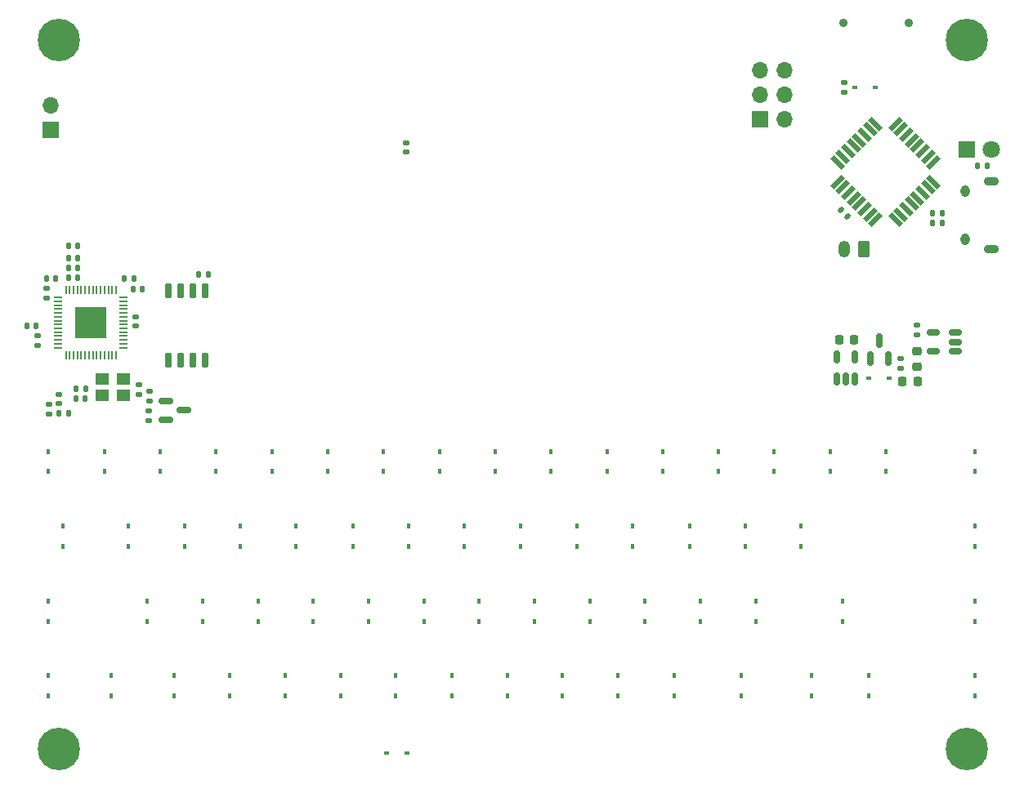
<source format=gbr>
%TF.GenerationSoftware,KiCad,Pcbnew,(6.0.0)*%
%TF.CreationDate,2022-05-08T19:44:55+10:00*%
%TF.ProjectId,paxbadge2022,70617862-6164-4676-9532-3032322e6b69,rev?*%
%TF.SameCoordinates,Original*%
%TF.FileFunction,Soldermask,Bot*%
%TF.FilePolarity,Negative*%
%FSLAX46Y46*%
G04 Gerber Fmt 4.6, Leading zero omitted, Abs format (unit mm)*
G04 Created by KiCad (PCBNEW (6.0.0)) date 2022-05-08 19:44:55*
%MOMM*%
%LPD*%
G01*
G04 APERTURE LIST*
G04 Aperture macros list*
%AMRoundRect*
0 Rectangle with rounded corners*
0 $1 Rounding radius*
0 $2 $3 $4 $5 $6 $7 $8 $9 X,Y pos of 4 corners*
0 Add a 4 corners polygon primitive as box body*
4,1,4,$2,$3,$4,$5,$6,$7,$8,$9,$2,$3,0*
0 Add four circle primitives for the rounded corners*
1,1,$1+$1,$2,$3*
1,1,$1+$1,$4,$5*
1,1,$1+$1,$6,$7*
1,1,$1+$1,$8,$9*
0 Add four rect primitives between the rounded corners*
20,1,$1+$1,$2,$3,$4,$5,0*
20,1,$1+$1,$4,$5,$6,$7,0*
20,1,$1+$1,$6,$7,$8,$9,0*
20,1,$1+$1,$8,$9,$2,$3,0*%
%AMRotRect*
0 Rectangle, with rotation*
0 The origin of the aperture is its center*
0 $1 length*
0 $2 width*
0 $3 Rotation angle, in degrees counterclockwise*
0 Add horizontal line*
21,1,$1,$2,0,0,$3*%
G04 Aperture macros list end*
%ADD10C,1.800000*%
%ADD11R,1.800000X1.800000*%
%ADD12C,4.400000*%
%ADD13R,1.700000X1.700000*%
%ADD14O,1.700000X1.700000*%
%ADD15O,0.950000X1.250000*%
%ADD16O,1.550000X0.890000*%
%ADD17C,0.900000*%
%ADD18R,0.812800X0.177800*%
%ADD19R,0.177800X0.812800*%
%ADD20R,3.200400X3.200400*%
%ADD21R,0.450000X0.600000*%
%ADD22RoundRect,0.135000X-0.135000X-0.185000X0.135000X-0.185000X0.135000X0.185000X-0.135000X0.185000X0*%
%ADD23RoundRect,0.135000X0.135000X0.185000X-0.135000X0.185000X-0.135000X-0.185000X0.135000X-0.185000X0*%
%ADD24RoundRect,0.150000X0.512500X0.150000X-0.512500X0.150000X-0.512500X-0.150000X0.512500X-0.150000X0*%
%ADD25R,1.400000X1.200000*%
%ADD26RoundRect,0.250000X0.350000X0.625000X-0.350000X0.625000X-0.350000X-0.625000X0.350000X-0.625000X0*%
%ADD27O,1.200000X1.750000*%
%ADD28RoundRect,0.140000X-0.140000X-0.170000X0.140000X-0.170000X0.140000X0.170000X-0.140000X0.170000X0*%
%ADD29RoundRect,0.140000X0.140000X0.170000X-0.140000X0.170000X-0.140000X-0.170000X0.140000X-0.170000X0*%
%ADD30RoundRect,0.140000X0.170000X-0.140000X0.170000X0.140000X-0.170000X0.140000X-0.170000X-0.140000X0*%
%ADD31R,0.600000X0.450000*%
%ADD32RoundRect,0.150000X0.150000X-0.587500X0.150000X0.587500X-0.150000X0.587500X-0.150000X-0.587500X0*%
%ADD33RoundRect,0.135000X-0.185000X0.135000X-0.185000X-0.135000X0.185000X-0.135000X0.185000X0.135000X0*%
%ADD34RoundRect,0.150000X0.150000X-0.650000X0.150000X0.650000X-0.150000X0.650000X-0.150000X-0.650000X0*%
%ADD35RoundRect,0.150000X0.150000X-0.512500X0.150000X0.512500X-0.150000X0.512500X-0.150000X-0.512500X0*%
%ADD36RoundRect,0.135000X0.185000X-0.135000X0.185000X0.135000X-0.185000X0.135000X-0.185000X-0.135000X0*%
%ADD37RoundRect,0.150000X-0.587500X-0.150000X0.587500X-0.150000X0.587500X0.150000X-0.587500X0.150000X0*%
%ADD38RoundRect,0.225000X-0.250000X0.225000X-0.250000X-0.225000X0.250000X-0.225000X0.250000X0.225000X0*%
%ADD39RotRect,1.600000X0.550000X45.000000*%
%ADD40RotRect,1.600000X0.550000X315.000000*%
%ADD41RoundRect,0.140000X0.219203X0.021213X0.021213X0.219203X-0.219203X-0.021213X-0.021213X-0.219203X0*%
%ADD42RoundRect,0.225000X-0.225000X-0.250000X0.225000X-0.250000X0.225000X0.250000X-0.225000X0.250000X0*%
%ADD43RoundRect,0.140000X-0.170000X0.140000X-0.170000X-0.140000X0.170000X-0.140000X0.170000X0.140000X0*%
%ADD44RoundRect,0.225000X0.225000X0.250000X-0.225000X0.250000X-0.225000X-0.250000X0.225000X-0.250000X0*%
G04 APERTURE END LIST*
D10*
%TO.C,D2*%
X135900000Y-74800000D03*
D11*
X133360000Y-74800000D03*
%TD*%
D12*
%TO.C,H1*%
X39350000Y-63450000D03*
%TD*%
D13*
%TO.C,J1*%
X38500000Y-72775000D03*
D14*
X38500000Y-70235000D03*
%TD*%
D12*
%TO.C,H3*%
X39350000Y-136950000D03*
%TD*%
%TO.C,H4*%
X133350000Y-136950000D03*
%TD*%
D15*
%TO.C,J2*%
X133177280Y-84100000D03*
X133177280Y-79100000D03*
D16*
X135877280Y-78100000D03*
X135877280Y-85100000D03*
%TD*%
D12*
%TO.C,H2*%
X133350000Y-63450000D03*
%TD*%
D17*
%TO.C,SW72*%
X120600000Y-61700000D03*
X127400000Y-61700000D03*
%TD*%
D18*
%TO.C,U5*%
X46037319Y-90150000D03*
X46037319Y-90549999D03*
X46037319Y-90950001D03*
X46037319Y-91350000D03*
X46037319Y-91749999D03*
X46037319Y-92150001D03*
X46037319Y-92550000D03*
X46037319Y-92950000D03*
X46037319Y-93349999D03*
X46037319Y-93750001D03*
X46037319Y-94150000D03*
X46037319Y-94549999D03*
X46037319Y-94950001D03*
X46037319Y-95350000D03*
D19*
X45233719Y-96153600D03*
X44833720Y-96153600D03*
X44433718Y-96153600D03*
X44033719Y-96153600D03*
X43633720Y-96153600D03*
X43233718Y-96153600D03*
X42833719Y-96153600D03*
X42433719Y-96153600D03*
X42033720Y-96153600D03*
X41633718Y-96153600D03*
X41233719Y-96153600D03*
X40833720Y-96153600D03*
X40433718Y-96153600D03*
X40033719Y-96153600D03*
D18*
X39230119Y-95350000D03*
X39230119Y-94950001D03*
X39230119Y-94549999D03*
X39230119Y-94150000D03*
X39230119Y-93750001D03*
X39230119Y-93349999D03*
X39230119Y-92950000D03*
X39230119Y-92550000D03*
X39230119Y-92150001D03*
X39230119Y-91749999D03*
X39230119Y-91350000D03*
X39230119Y-90950001D03*
X39230119Y-90549999D03*
X39230119Y-90150000D03*
D19*
X40033719Y-89346400D03*
X40433718Y-89346400D03*
X40833720Y-89346400D03*
X41233719Y-89346400D03*
X41633718Y-89346400D03*
X42033720Y-89346400D03*
X42433719Y-89346400D03*
X42833719Y-89346400D03*
X43233718Y-89346400D03*
X43633720Y-89346400D03*
X44033719Y-89346400D03*
X44433718Y-89346400D03*
X44833720Y-89346400D03*
X45233719Y-89346400D03*
D20*
X42633719Y-92750000D03*
%TD*%
D21*
%TO.C,D4*%
X44030000Y-108200000D03*
X44030000Y-106100000D03*
%TD*%
%TO.C,D33*%
X91469999Y-131450000D03*
X91469999Y-129350000D03*
%TD*%
%TO.C,D49*%
X99990000Y-123700000D03*
X99990000Y-121600000D03*
%TD*%
%TO.C,D12*%
X38250000Y-108200000D03*
X38250000Y-106100000D03*
%TD*%
D22*
%TO.C,R8*%
X129789290Y-82450000D03*
X130809290Y-82450000D03*
%TD*%
D21*
%TO.C,D59*%
X134250000Y-123700000D03*
X134250000Y-121600000D03*
%TD*%
%TO.C,D58*%
X116220000Y-115950000D03*
X116220000Y-113850000D03*
%TD*%
D23*
%TO.C,R2*%
X47103719Y-88200000D03*
X46083719Y-88200000D03*
%TD*%
D24*
%TO.C,U2*%
X132200000Y-93800000D03*
X132200000Y-94750000D03*
X132200000Y-95700000D03*
X129925000Y-95700000D03*
X129925000Y-93800000D03*
%TD*%
D21*
%TO.C,D65*%
X107650001Y-108200000D03*
X107650001Y-106100000D03*
%TD*%
%TO.C,D44*%
X38250000Y-131450001D03*
X38250000Y-129350001D03*
%TD*%
%TO.C,D62*%
X72950000Y-108200000D03*
X72950000Y-106100000D03*
%TD*%
%TO.C,D46*%
X65620001Y-123700000D03*
X65620001Y-121600000D03*
%TD*%
D25*
%TO.C,Y1*%
X45977280Y-100280000D03*
X43777280Y-100280000D03*
X43777280Y-98580000D03*
X45977280Y-98580000D03*
%TD*%
D26*
%TO.C,BT1*%
X122700000Y-85150000D03*
D27*
X120700000Y-85150000D03*
%TD*%
D28*
%TO.C,C18*%
X46973719Y-89250000D03*
X47933719Y-89250000D03*
%TD*%
D13*
%TO.C,J3*%
X111975000Y-71675000D03*
D14*
X114515000Y-71675000D03*
X111975000Y-69135000D03*
X114515000Y-69135000D03*
X111975000Y-66595000D03*
X114515000Y-66595000D03*
%TD*%
D29*
%TO.C,C10*%
X41280000Y-88100000D03*
X40320000Y-88100000D03*
%TD*%
D28*
%TO.C,C7*%
X41097280Y-100650000D03*
X42057280Y-100650000D03*
%TD*%
D30*
%TO.C,C17*%
X47233719Y-93130000D03*
X47233719Y-92170000D03*
%TD*%
D21*
%TO.C,D56*%
X93000000Y-115950000D03*
X93000000Y-113850000D03*
%TD*%
%TO.C,D19*%
X120500000Y-123700000D03*
X120500000Y-121600000D03*
%TD*%
%TO.C,D9*%
X101860000Y-108200000D03*
X101860000Y-106100000D03*
%TD*%
D29*
%TO.C,C9*%
X41280000Y-84800000D03*
X40320000Y-84800000D03*
%TD*%
D31*
%TO.C,D36*%
X75380000Y-137400000D03*
X73280000Y-137400000D03*
%TD*%
D21*
%TO.C,D25*%
X94370001Y-123700000D03*
X94370001Y-121600000D03*
%TD*%
D32*
%TO.C,Q1*%
X125250002Y-96462500D03*
X123350002Y-96462500D03*
X124300002Y-94587500D03*
%TD*%
D21*
%TO.C,D10*%
X113430000Y-108200000D03*
X113430000Y-106100000D03*
%TD*%
D33*
%TO.C,R1*%
X126550002Y-96515000D03*
X126550002Y-97535000D03*
%TD*%
D29*
%TO.C,C11*%
X39000000Y-88200000D03*
X38040000Y-88200000D03*
%TD*%
D30*
%TO.C,C15*%
X38000000Y-90180000D03*
X38000000Y-89220000D03*
%TD*%
D21*
%TO.C,D63*%
X84510000Y-108200000D03*
X84510000Y-106100000D03*
%TD*%
%TO.C,D14*%
X63899999Y-115950000D03*
X63899999Y-113850000D03*
%TD*%
%TO.C,D67*%
X134250000Y-131450001D03*
X134250000Y-129350001D03*
%TD*%
D29*
%TO.C,C14*%
X36980000Y-93100000D03*
X36020000Y-93100000D03*
%TD*%
D22*
%TO.C,R6*%
X41067280Y-99650000D03*
X42087280Y-99650000D03*
%TD*%
D21*
%TO.C,D50*%
X111550000Y-123700000D03*
X111550000Y-121600000D03*
%TD*%
%TO.C,D38*%
X62750001Y-131450000D03*
X62750001Y-129350000D03*
%TD*%
%TO.C,D60*%
X49820000Y-108199999D03*
X49820000Y-106099999D03*
%TD*%
%TO.C,D26*%
X105770000Y-123700000D03*
X105770000Y-121600000D03*
%TD*%
D31*
%TO.C,D3*%
X123900000Y-68350000D03*
X121800000Y-68350000D03*
%TD*%
D21*
%TO.C,D51*%
X134250000Y-115949999D03*
X134250000Y-113849999D03*
%TD*%
%TO.C,D45*%
X54220000Y-123700000D03*
X54220000Y-121600000D03*
%TD*%
%TO.C,D40*%
X85780000Y-131450000D03*
X85780000Y-129350000D03*
%TD*%
%TO.C,D61*%
X61380000Y-108200000D03*
X61380000Y-106100000D03*
%TD*%
%TO.C,D43*%
X134250000Y-108200000D03*
X134250000Y-106100000D03*
%TD*%
%TO.C,D22*%
X59999999Y-123700000D03*
X59999999Y-121600000D03*
%TD*%
%TO.C,D34*%
X103030000Y-131450000D03*
X103030000Y-129350000D03*
%TD*%
%TO.C,D41*%
X97250001Y-131450000D03*
X97250001Y-129350000D03*
%TD*%
%TO.C,D53*%
X58120000Y-115950000D03*
X58120000Y-113850000D03*
%TD*%
D34*
%TO.C,U4*%
X54488719Y-96625000D03*
X53218719Y-96625000D03*
X51948719Y-96625000D03*
X50678719Y-96625000D03*
X50678719Y-89425000D03*
X51948719Y-89425000D03*
X53218719Y-89425000D03*
X54488719Y-89425000D03*
%TD*%
D21*
%TO.C,D52*%
X46499999Y-115950000D03*
X46499999Y-113850000D03*
%TD*%
%TO.C,D15*%
X75560000Y-115949999D03*
X75560000Y-113849999D03*
%TD*%
%TO.C,D23*%
X71400000Y-123700000D03*
X71400000Y-121600000D03*
%TD*%
%TO.C,D7*%
X78730000Y-108199999D03*
X78730000Y-106099999D03*
%TD*%
D29*
%TO.C,C12*%
X41280000Y-86100000D03*
X40320000Y-86100000D03*
%TD*%
D21*
%TO.C,D16*%
X87145001Y-115950000D03*
X87145001Y-113850000D03*
%TD*%
D35*
%TO.C,U3*%
X121800002Y-98562500D03*
X120850002Y-98562500D03*
X119900002Y-98562500D03*
X119900002Y-96287500D03*
X121800002Y-96287500D03*
%TD*%
D21*
%TO.C,D32*%
X80000001Y-131450000D03*
X80000001Y-129350000D03*
%TD*%
%TO.C,D13*%
X52340000Y-115950000D03*
X52340000Y-113850000D03*
%TD*%
%TO.C,D11*%
X125000000Y-108200000D03*
X125000000Y-106100000D03*
%TD*%
%TO.C,D8*%
X90300000Y-108200000D03*
X90300000Y-106100000D03*
%TD*%
%TO.C,D17*%
X98780000Y-115950000D03*
X98780000Y-113850000D03*
%TD*%
%TO.C,D5*%
X55600000Y-108200000D03*
X55600000Y-106100000D03*
%TD*%
D22*
%TO.C,R7*%
X129790000Y-81400000D03*
X130810000Y-81400000D03*
%TD*%
D21*
%TO.C,D20*%
X39750000Y-115950000D03*
X39750000Y-113850000D03*
%TD*%
%TO.C,D27*%
X123250000Y-131450000D03*
X123250000Y-129350000D03*
%TD*%
D36*
%TO.C,R11*%
X38300000Y-102210000D03*
X38300000Y-101190000D03*
%TD*%
D21*
%TO.C,D42*%
X110000000Y-131450000D03*
X110000000Y-129350000D03*
%TD*%
D33*
%TO.C,R5*%
X120650000Y-67840000D03*
X120650000Y-68860000D03*
%TD*%
D29*
%TO.C,C13*%
X41280000Y-87100000D03*
X40320000Y-87100000D03*
%TD*%
D21*
%TO.C,D64*%
X96080000Y-108200000D03*
X96080000Y-106100000D03*
%TD*%
%TO.C,D28*%
X38250000Y-123700000D03*
X38250000Y-121600000D03*
%TD*%
%TO.C,D39*%
X74219999Y-131450000D03*
X74219999Y-129350000D03*
%TD*%
D33*
%TO.C,R10*%
X48665009Y-99903201D03*
X48665009Y-100923201D03*
%TD*%
D37*
%TO.C,Q2*%
X50400000Y-102790000D03*
X50400000Y-100890000D03*
X52275000Y-101840000D03*
%TD*%
D21*
%TO.C,D24*%
X82810000Y-123700000D03*
X82810000Y-121600000D03*
%TD*%
%TO.C,D54*%
X69780000Y-115950000D03*
X69780000Y-113850000D03*
%TD*%
D31*
%TO.C,D1*%
X123200000Y-98525000D03*
X125300000Y-98525000D03*
%TD*%
D38*
%TO.C,C1*%
X128187500Y-95747719D03*
X128187500Y-97297719D03*
%TD*%
D21*
%TO.C,D29*%
X44750001Y-131450000D03*
X44750001Y-129350000D03*
%TD*%
D36*
%TO.C,R3*%
X128187500Y-94032719D03*
X128187500Y-93012719D03*
%TD*%
D21*
%TO.C,D30*%
X56969999Y-131450000D03*
X56969999Y-129350000D03*
%TD*%
%TO.C,D55*%
X81340000Y-115950000D03*
X81340000Y-113850000D03*
%TD*%
%TO.C,D37*%
X51250000Y-131450000D03*
X51250000Y-129350000D03*
%TD*%
%TO.C,D18*%
X110440000Y-115950000D03*
X110440000Y-113850000D03*
%TD*%
D36*
%TO.C,R9*%
X48650000Y-102900000D03*
X48650000Y-101880000D03*
%TD*%
D39*
%TO.C,U1*%
X123925116Y-82126966D03*
X123359431Y-81561280D03*
X122793745Y-80995595D03*
X122228060Y-80429910D03*
X121662374Y-79864224D03*
X121096689Y-79298539D03*
X120531004Y-78732853D03*
X119965318Y-78167168D03*
D40*
X119965318Y-76116558D03*
X120531004Y-75550873D03*
X121096689Y-74985187D03*
X121662374Y-74419502D03*
X122228060Y-73853816D03*
X122793745Y-73288131D03*
X123359431Y-72722446D03*
X123925116Y-72156760D03*
D39*
X125975726Y-72156760D03*
X126541411Y-72722446D03*
X127107097Y-73288131D03*
X127672782Y-73853816D03*
X128238468Y-74419502D03*
X128804153Y-74985187D03*
X129369838Y-75550873D03*
X129935524Y-76116558D03*
D40*
X129935524Y-78167168D03*
X129369838Y-78732853D03*
X128804153Y-79298539D03*
X128238468Y-79864224D03*
X127672782Y-80429910D03*
X127107097Y-80995595D03*
X126541411Y-81561280D03*
X125975726Y-82126966D03*
%TD*%
D41*
%TO.C,C3*%
X120989411Y-81739411D03*
X120310589Y-81060589D03*
%TD*%
D42*
%TO.C,C2*%
X126725002Y-98825000D03*
X128275002Y-98825000D03*
%TD*%
D21*
%TO.C,D21*%
X48440000Y-123700000D03*
X48440000Y-121600000D03*
%TD*%
%TO.C,D35*%
X117250000Y-131450000D03*
X117250000Y-129350000D03*
%TD*%
%TO.C,D66*%
X119210000Y-108200000D03*
X119210000Y-106100000D03*
%TD*%
D29*
%TO.C,C16*%
X40307280Y-102150000D03*
X39347280Y-102150000D03*
%TD*%
D21*
%TO.C,D57*%
X104660000Y-115950000D03*
X104660000Y-113850000D03*
%TD*%
D43*
%TO.C,C6*%
X47577280Y-99220000D03*
X47577280Y-100180000D03*
%TD*%
%TO.C,C8*%
X39333719Y-100180000D03*
X39333719Y-101140000D03*
%TD*%
D23*
%TO.C,R4*%
X134490000Y-76500000D03*
X135510000Y-76500000D03*
%TD*%
D21*
%TO.C,D31*%
X68530000Y-131450000D03*
X68530000Y-129350000D03*
%TD*%
D29*
%TO.C,C4*%
X54780000Y-87800000D03*
X53820000Y-87800000D03*
%TD*%
D44*
%TO.C,C5*%
X121675002Y-94525000D03*
X120125002Y-94525000D03*
%TD*%
D21*
%TO.C,D6*%
X67160000Y-108200000D03*
X67160000Y-106100000D03*
%TD*%
%TO.C,D47*%
X77180000Y-123700000D03*
X77180000Y-121600000D03*
%TD*%
D33*
%TO.C,R12*%
X37100000Y-94090000D03*
X37100000Y-95110000D03*
%TD*%
D21*
%TO.C,D48*%
X88589999Y-123700000D03*
X88589999Y-121600000D03*
%TD*%
D30*
%TO.C,C19*%
X75300000Y-75080000D03*
X75300000Y-74120000D03*
%TD*%
M02*

</source>
